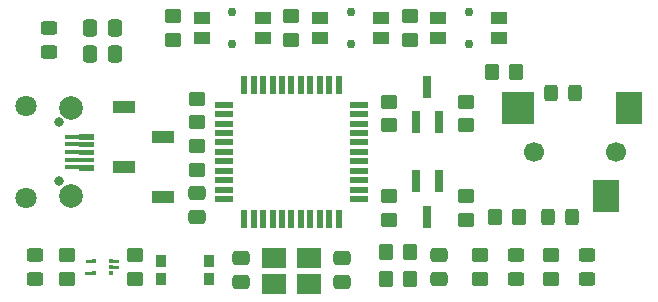
<source format=gbr>
%TF.GenerationSoftware,KiCad,Pcbnew,(6.0.0)*%
%TF.CreationDate,2022-01-19T15:31:05-06:00*%
%TF.ProjectId,microkfd,6d696372-6f6b-4666-942e-6b696361645f,C*%
%TF.SameCoordinates,Original*%
%TF.FileFunction,Soldermask,Top*%
%TF.FilePolarity,Negative*%
%FSLAX46Y46*%
G04 Gerber Fmt 4.6, Leading zero omitted, Abs format (unit mm)*
G04 Created by KiCad (PCBNEW (6.0.0)) date 2022-01-19 15:31:05*
%MOMM*%
%LPD*%
G01*
G04 APERTURE LIST*
G04 Aperture macros list*
%AMRoundRect*
0 Rectangle with rounded corners*
0 $1 Rounding radius*
0 $2 $3 $4 $5 $6 $7 $8 $9 X,Y pos of 4 corners*
0 Add a 4 corners polygon primitive as box body*
4,1,4,$2,$3,$4,$5,$6,$7,$8,$9,$2,$3,0*
0 Add four circle primitives for the rounded corners*
1,1,$1+$1,$2,$3*
1,1,$1+$1,$4,$5*
1,1,$1+$1,$6,$7*
1,1,$1+$1,$8,$9*
0 Add four rect primitives between the rounded corners*
20,1,$1+$1,$2,$3,$4,$5,0*
20,1,$1+$1,$4,$5,$6,$7,0*
20,1,$1+$1,$6,$7,$8,$9,0*
20,1,$1+$1,$8,$9,$2,$3,0*%
G04 Aperture macros list end*
%ADD10C,0.100000*%
%ADD11RoundRect,0.250000X0.475000X-0.337500X0.475000X0.337500X-0.475000X0.337500X-0.475000X-0.337500X0*%
%ADD12RoundRect,0.250000X-0.475000X0.337500X-0.475000X-0.337500X0.475000X-0.337500X0.475000X0.337500X0*%
%ADD13RoundRect,0.250000X-0.337500X-0.475000X0.337500X-0.475000X0.337500X0.475000X-0.337500X0.475000X0*%
%ADD14RoundRect,0.249999X-0.325001X-0.450001X0.325001X-0.450001X0.325001X0.450001X-0.325001X0.450001X0*%
%ADD15RoundRect,0.249999X0.325001X0.450001X-0.325001X0.450001X-0.325001X-0.450001X0.325001X-0.450001X0*%
%ADD16RoundRect,0.249999X-0.450001X0.325001X-0.450001X-0.325001X0.450001X-0.325001X0.450001X0.325001X0*%
%ADD17RoundRect,0.249999X0.450001X-0.325001X0.450001X0.325001X-0.450001X0.325001X-0.450001X-0.325001X0*%
%ADD18C,1.700000*%
%ADD19R,2.200000X2.800000*%
%ADD20R,2.800000X2.800000*%
%ADD21R,1.900000X1.000000*%
%ADD22RoundRect,0.249999X-0.450001X0.350001X-0.450001X-0.350001X0.450001X-0.350001X0.450001X0.350001X0*%
%ADD23RoundRect,0.249999X0.450001X-0.350001X0.450001X0.350001X-0.450001X0.350001X-0.450001X-0.350001X0*%
%ADD24RoundRect,0.249999X-0.350001X-0.450001X0.350001X-0.450001X0.350001X0.450001X-0.350001X0.450001X0*%
%ADD25R,0.900000X1.000000*%
%ADD26C,0.750000*%
%ADD27R,1.450000X1.000000*%
%ADD28R,0.450000X0.300000*%
%ADD29R,2.100000X1.800000*%
%ADD30C,0.800000*%
%ADD31R,1.300000X0.450000*%
%ADD32C,2.000000*%
%ADD33C,1.800000*%
%ADD34R,1.500000X0.550000*%
%ADD35R,0.550000X1.500000*%
%ADD36R,0.800000X1.900000*%
G04 APERTURE END LIST*
D10*
X100350000Y-109850000D02*
X99900000Y-109850000D01*
X99900000Y-109850000D02*
X99900000Y-109650000D01*
X99900000Y-109650000D02*
X100350000Y-109650000D01*
X100350000Y-109650000D02*
X100350000Y-109850000D01*
G36*
X100350000Y-109850000D02*
G01*
X99900000Y-109850000D01*
X99900000Y-109650000D01*
X100350000Y-109650000D01*
X100350000Y-109850000D01*
G37*
X100350000Y-109850000D02*
X99900000Y-109850000D01*
X99900000Y-109650000D01*
X100350000Y-109650000D01*
X100350000Y-109850000D01*
X98100000Y-110350000D02*
X97550000Y-110350000D01*
X97550000Y-110350000D02*
X97550000Y-110150000D01*
X97550000Y-110150000D02*
X98100000Y-110150000D01*
X98100000Y-110150000D02*
X98100000Y-110350000D01*
G36*
X98100000Y-110350000D02*
G01*
X97550000Y-110350000D01*
X97550000Y-110150000D01*
X98100000Y-110150000D01*
X98100000Y-110350000D01*
G37*
X98100000Y-110350000D02*
X97550000Y-110350000D01*
X97550000Y-110150000D01*
X98100000Y-110150000D01*
X98100000Y-110350000D01*
X98200000Y-100200000D02*
X97000000Y-100200000D01*
X97000000Y-100200000D02*
X97000000Y-99800000D01*
X97000000Y-99800000D02*
X98200000Y-99800000D01*
X98200000Y-99800000D02*
X98200000Y-100200000D01*
G36*
X98200000Y-100200000D02*
G01*
X97000000Y-100200000D01*
X97000000Y-99800000D01*
X98200000Y-99800000D01*
X98200000Y-100200000D01*
G37*
X98200000Y-100200000D02*
X97000000Y-100200000D01*
X97000000Y-99800000D01*
X98200000Y-99800000D01*
X98200000Y-100200000D01*
X98200000Y-98900000D02*
X97000000Y-98900000D01*
X97000000Y-98900000D02*
X97000000Y-98500000D01*
X97000000Y-98500000D02*
X98200000Y-98500000D01*
X98200000Y-98500000D02*
X98200000Y-98900000D01*
G36*
X98200000Y-98900000D02*
G01*
X97000000Y-98900000D01*
X97000000Y-98500000D01*
X98200000Y-98500000D01*
X98200000Y-98900000D01*
G37*
X98200000Y-98900000D02*
X97000000Y-98900000D01*
X97000000Y-98500000D01*
X98200000Y-98500000D01*
X98200000Y-98900000D01*
X98200000Y-99500000D02*
X97000000Y-99500000D01*
X97000000Y-99500000D02*
X97000000Y-99200000D01*
X97000000Y-99200000D02*
X98200000Y-99200000D01*
X98200000Y-99200000D02*
X98200000Y-99500000D01*
G36*
X98200000Y-99500000D02*
G01*
X97000000Y-99500000D01*
X97000000Y-99200000D01*
X98200000Y-99200000D01*
X98200000Y-99500000D01*
G37*
X98200000Y-99500000D02*
X97000000Y-99500000D01*
X97000000Y-99200000D01*
X98200000Y-99200000D01*
X98200000Y-99500000D01*
X100350000Y-109350000D02*
X99900000Y-109350000D01*
X99900000Y-109350000D02*
X99900000Y-109150000D01*
X99900000Y-109150000D02*
X100350000Y-109150000D01*
X100350000Y-109150000D02*
X100350000Y-109350000D01*
G36*
X100350000Y-109350000D02*
G01*
X99900000Y-109350000D01*
X99900000Y-109150000D01*
X100350000Y-109150000D01*
X100350000Y-109350000D01*
G37*
X100350000Y-109350000D02*
X99900000Y-109350000D01*
X99900000Y-109150000D01*
X100350000Y-109150000D01*
X100350000Y-109350000D01*
X98200000Y-101500000D02*
X97000000Y-101500000D01*
X97000000Y-101500000D02*
X97000000Y-101100000D01*
X97000000Y-101100000D02*
X98200000Y-101100000D01*
X98200000Y-101100000D02*
X98200000Y-101500000D01*
G36*
X98200000Y-101500000D02*
G01*
X97000000Y-101500000D01*
X97000000Y-101100000D01*
X98200000Y-101100000D01*
X98200000Y-101500000D01*
G37*
X98200000Y-101500000D02*
X97000000Y-101500000D01*
X97000000Y-101100000D01*
X98200000Y-101100000D01*
X98200000Y-101500000D01*
X98100000Y-109350000D02*
X97600000Y-109350000D01*
X97600000Y-109350000D02*
X97600000Y-109150000D01*
X97600000Y-109150000D02*
X98100000Y-109150000D01*
X98100000Y-109150000D02*
X98100000Y-109350000D01*
G36*
X98100000Y-109350000D02*
G01*
X97600000Y-109350000D01*
X97600000Y-109150000D01*
X98100000Y-109150000D01*
X98100000Y-109350000D01*
G37*
X98100000Y-109350000D02*
X97600000Y-109350000D01*
X97600000Y-109150000D01*
X98100000Y-109150000D01*
X98100000Y-109350000D01*
X98200000Y-100800000D02*
X97000000Y-100800000D01*
X97000000Y-100800000D02*
X97000000Y-100500000D01*
X97000000Y-100500000D02*
X98200000Y-100500000D01*
X98200000Y-100500000D02*
X98200000Y-100800000D01*
G36*
X98200000Y-100800000D02*
G01*
X97000000Y-100800000D01*
X97000000Y-100500000D01*
X98200000Y-100500000D01*
X98200000Y-100800000D01*
G37*
X98200000Y-100800000D02*
X97000000Y-100800000D01*
X97000000Y-100500000D01*
X98200000Y-100500000D01*
X98200000Y-100800000D01*
D11*
%TO.C,C1*%
X119250000Y-111037500D03*
X119250000Y-108962500D03*
%TD*%
D12*
%TO.C,C2*%
X110750000Y-108962500D03*
X110750000Y-111037500D03*
%TD*%
%TO.C,C3*%
X107000000Y-103462500D03*
X107000000Y-105537500D03*
%TD*%
D13*
%TO.C,C4*%
X97962500Y-89500000D03*
X100037500Y-89500000D03*
%TD*%
D11*
%TO.C,C5*%
X127500000Y-110787500D03*
X127500000Y-108712500D03*
%TD*%
D13*
%TO.C,C6*%
X97962500Y-91750000D03*
X100037500Y-91750000D03*
%TD*%
D14*
%TO.C,D1*%
X136975000Y-95000000D03*
X139025000Y-95000000D03*
%TD*%
D15*
%TO.C,D2*%
X138775000Y-105500000D03*
X136725000Y-105500000D03*
%TD*%
D16*
%TO.C,D3*%
X93250000Y-108725000D03*
X93250000Y-110775000D03*
%TD*%
D17*
%TO.C,D4*%
X134000000Y-110750000D03*
X134000000Y-108700000D03*
%TD*%
%TO.C,D5*%
X140000000Y-110775000D03*
X140000000Y-108725000D03*
%TD*%
D16*
%TO.C,F1*%
X94500000Y-89475000D03*
X94500000Y-91525000D03*
%TD*%
D18*
%TO.C,J2*%
X135500000Y-100000000D03*
X142500000Y-100000000D03*
D19*
X141600000Y-103700000D03*
X143600000Y-96300000D03*
D20*
X134200000Y-96300000D03*
%TD*%
D21*
%TO.C,J3*%
X104150000Y-103810000D03*
X100850000Y-101270000D03*
X104150000Y-98730000D03*
X100850000Y-96190000D03*
%TD*%
D22*
%TO.C,R1*%
X107000000Y-99500000D03*
X107000000Y-101500000D03*
%TD*%
%TO.C,R2*%
X107000000Y-95500000D03*
X107000000Y-97500000D03*
%TD*%
D23*
%TO.C,R3*%
X101750000Y-110750000D03*
X101750000Y-108750000D03*
%TD*%
D24*
%TO.C,R4*%
X123000000Y-110750000D03*
X125000000Y-110750000D03*
%TD*%
D23*
%TO.C,R5*%
X105000000Y-90500000D03*
X105000000Y-88500000D03*
%TD*%
D24*
%TO.C,R6*%
X123000000Y-108500000D03*
X125000000Y-108500000D03*
%TD*%
D23*
%TO.C,R7*%
X115000000Y-90500000D03*
X115000000Y-88500000D03*
%TD*%
%TO.C,R8*%
X123250000Y-97750000D03*
X123250000Y-95750000D03*
%TD*%
%TO.C,R9*%
X123250000Y-105750000D03*
X123250000Y-103750000D03*
%TD*%
D22*
%TO.C,R10*%
X129750000Y-95750000D03*
X129750000Y-97750000D03*
%TD*%
D23*
%TO.C,R11*%
X129750000Y-105750000D03*
X129750000Y-103750000D03*
%TD*%
%TO.C,R12*%
X125000000Y-90500000D03*
X125000000Y-88500000D03*
%TD*%
D24*
%TO.C,R13*%
X132000000Y-93250000D03*
X134000000Y-93250000D03*
%TD*%
%TO.C,R14*%
X132250000Y-105500000D03*
X134250000Y-105500000D03*
%TD*%
D22*
%TO.C,R15*%
X96000000Y-108750000D03*
X96000000Y-110750000D03*
%TD*%
%TO.C,R16*%
X131000000Y-108750000D03*
X131000000Y-110750000D03*
%TD*%
%TO.C,R17*%
X137000000Y-108750000D03*
X137000000Y-110750000D03*
%TD*%
D25*
%TO.C,SW1*%
X108050000Y-110800000D03*
X103950000Y-110800000D03*
X108050000Y-109200000D03*
X103950000Y-109200000D03*
%TD*%
D26*
%TO.C,SW2*%
X110000000Y-88125000D03*
X110000000Y-90875000D03*
D27*
X112575000Y-88650000D03*
X107425000Y-88650000D03*
X107425000Y-90350000D03*
X112575000Y-90350000D03*
%TD*%
D26*
%TO.C,SW3*%
X120000000Y-88125000D03*
X120000000Y-90875000D03*
D27*
X122575000Y-88650000D03*
X117425000Y-88650000D03*
X122575000Y-90350000D03*
X117425000Y-90350000D03*
%TD*%
D26*
%TO.C,SW4*%
X130000000Y-90875000D03*
X130000000Y-88125000D03*
D27*
X132575000Y-88650000D03*
X127425000Y-88650000D03*
X127425000Y-90350000D03*
X132575000Y-90350000D03*
%TD*%
D28*
%TO.C,U1*%
X99700000Y-110250000D03*
X99700000Y-109750000D03*
X99700000Y-109250000D03*
X98300000Y-109250000D03*
X98300000Y-110250000D03*
%TD*%
D29*
%TO.C,Y1*%
X113550000Y-111200000D03*
X116450000Y-111200000D03*
X116450000Y-109000000D03*
X113550000Y-109000000D03*
%TD*%
D30*
%TO.C,J1*%
X95300000Y-102500000D03*
X95300000Y-97500000D03*
D31*
X96400000Y-98700000D03*
X96400000Y-99350000D03*
X96400000Y-100000000D03*
X96400000Y-100650000D03*
X96400000Y-101300000D03*
D32*
X96350000Y-96275000D03*
X96350000Y-103725000D03*
D33*
X92550000Y-96125000D03*
X92550000Y-103875000D03*
%TD*%
D34*
%TO.C,U2*%
X109300000Y-96000000D03*
X109300000Y-96800000D03*
X109300000Y-97600000D03*
X109300000Y-98400000D03*
X109300000Y-99200000D03*
X109300000Y-100000000D03*
X109300000Y-100800000D03*
X109300000Y-101600000D03*
X109300000Y-102400000D03*
X109300000Y-103200000D03*
X109300000Y-104000000D03*
D35*
X111000000Y-105700000D03*
X111800000Y-105700000D03*
X112600000Y-105700000D03*
X113400000Y-105700000D03*
X114200000Y-105700000D03*
X115000000Y-105700000D03*
X115800000Y-105700000D03*
X116600000Y-105700000D03*
X117400000Y-105700000D03*
X118200000Y-105700000D03*
X119000000Y-105700000D03*
D34*
X120700000Y-104000000D03*
X120700000Y-103200000D03*
X120700000Y-102400000D03*
X120700000Y-101600000D03*
X120700000Y-100800000D03*
X120700000Y-100000000D03*
X120700000Y-99200000D03*
X120700000Y-98400000D03*
X120700000Y-97600000D03*
X120700000Y-96800000D03*
X120700000Y-96000000D03*
D35*
X119000000Y-94300000D03*
X118200000Y-94300000D03*
X117400000Y-94300000D03*
X116600000Y-94300000D03*
X115800000Y-94300000D03*
X115000000Y-94300000D03*
X114200000Y-94300000D03*
X113400000Y-94300000D03*
X112600000Y-94300000D03*
X111800000Y-94300000D03*
X111000000Y-94300000D03*
%TD*%
D36*
%TO.C,Q2*%
X127450000Y-102500000D03*
X125550000Y-102500000D03*
X126500000Y-105500000D03*
%TD*%
%TO.C,Q1*%
X125550000Y-97500000D03*
X127450000Y-97500000D03*
X126500000Y-94500000D03*
%TD*%
M02*

</source>
